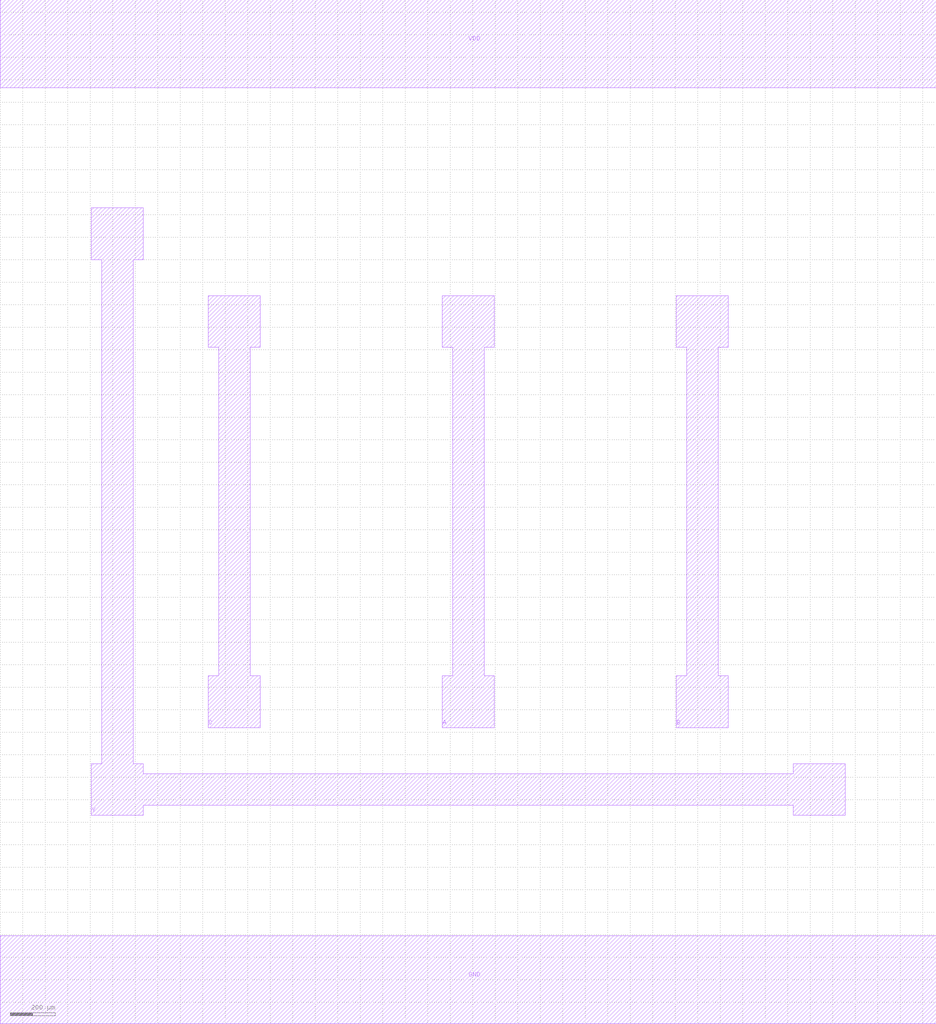
<source format=lef>
MACRO AOI21X1
 CLASS CORE ;
 ORIGIN 0 0 ;
 FOREIGN AOI21X1 0 0 ;
 SITE CORE ;
 SYMMETRY X Y R90 ;
  PIN VDD
   DIRECTION INOUT ;
   USE SIGNAL ;
   SHAPE ABUTMENT ;
    PORT
     CLASS CORE ;
       LAYER metal2 ;
        RECT 0.00000000 3965.00000000 4160.00000000 4355.00000000 ;
    END
  END VDD

  PIN GND
   DIRECTION INOUT ;
   USE SIGNAL ;
   SHAPE ABUTMENT ;
    PORT
     CLASS CORE ;
       LAYER metal2 ;
        RECT 0.00000000 -195.00000000 4160.00000000 195.00000000 ;
    END
  END GND

  PIN Y
   DIRECTION INOUT ;
   USE SIGNAL ;
   SHAPE ABUTMENT ;
    PORT
     CLASS CORE ;
       LAYER metal2 ;
        POLYGON 405.00000000 730.00000000 405.00000000 960.00000000 450.00000000 960.00000000 450.00000000 3200.00000000 405.00000000 3200.00000000 405.00000000 3430.00000000 635.00000000 3430.00000000 635.00000000 3200.00000000 590.00000000 3200.00000000 590.00000000 960.00000000 635.00000000 960.00000000 635.00000000 915.00000000 3525.00000000 915.00000000 3525.00000000 960.00000000 3755.00000000 960.00000000 3755.00000000 730.00000000 3525.00000000 730.00000000 3525.00000000 775.00000000 635.00000000 775.00000000 635.00000000 730.00000000 ;
    END
  END Y

  PIN A
   DIRECTION INOUT ;
   USE SIGNAL ;
   SHAPE ABUTMENT ;
    PORT
     CLASS CORE ;
       LAYER metal2 ;
        POLYGON 1965.00000000 1120.00000000 1965.00000000 1350.00000000 2010.00000000 1350.00000000 2010.00000000 2810.00000000 1965.00000000 2810.00000000 1965.00000000 3040.00000000 2195.00000000 3040.00000000 2195.00000000 2810.00000000 2150.00000000 2810.00000000 2150.00000000 1350.00000000 2195.00000000 1350.00000000 2195.00000000 1120.00000000 ;
    END
  END A

  PIN B
   DIRECTION INOUT ;
   USE SIGNAL ;
   SHAPE ABUTMENT ;
    PORT
     CLASS CORE ;
       LAYER metal2 ;
        POLYGON 3005.00000000 1120.00000000 3005.00000000 1350.00000000 3050.00000000 1350.00000000 3050.00000000 2810.00000000 3005.00000000 2810.00000000 3005.00000000 3040.00000000 3235.00000000 3040.00000000 3235.00000000 2810.00000000 3190.00000000 2810.00000000 3190.00000000 1350.00000000 3235.00000000 1350.00000000 3235.00000000 1120.00000000 ;
    END
  END B

  PIN C
   DIRECTION INOUT ;
   USE SIGNAL ;
   SHAPE ABUTMENT ;
    PORT
     CLASS CORE ;
       LAYER metal2 ;
        POLYGON 925.00000000 1120.00000000 925.00000000 1350.00000000 970.00000000 1350.00000000 970.00000000 2810.00000000 925.00000000 2810.00000000 925.00000000 3040.00000000 1155.00000000 3040.00000000 1155.00000000 2810.00000000 1110.00000000 2810.00000000 1110.00000000 1350.00000000 1155.00000000 1350.00000000 1155.00000000 1120.00000000 ;
    END
  END C


END AOI21X1

</source>
